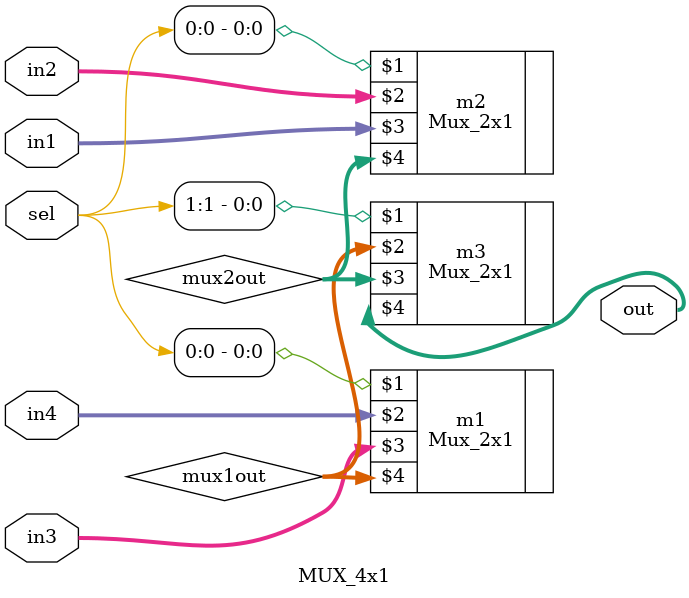
<source format=v>
`timescale 1ns / 1ps


module MUX_4x1(
    input [15:0] in1,
    input [15:0] in2,
    input [15:0] in3,
    input [15:0] in4,
    input [1:0] sel,
    output [15:0] out
    );
    wire [15:0]mux1out;
    wire [15:0]mux2out;
    Mux_2x1 m1 (sel[0], in4, in3, mux1out); 
    Mux_2x1 m2 (sel[0], in2, in1, mux2out);
    Mux_2x1 m3 (sel[1], mux1out, mux2out, out);
endmodule

</source>
